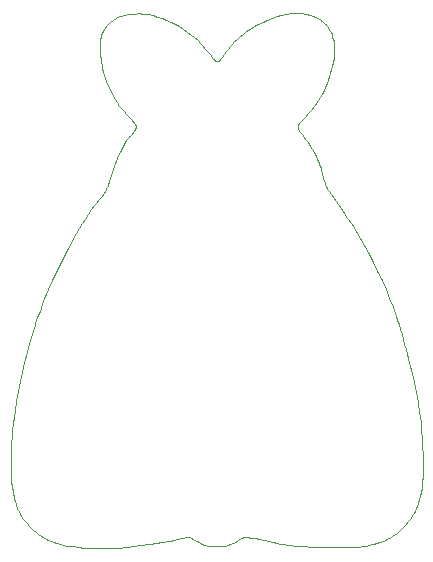
<source format=gbr>
%TF.GenerationSoftware,KiCad,Pcbnew,8.0.3*%
%TF.CreationDate,2024-08-14T20:25:55-04:00*%
%TF.ProjectId,KarmothDiceRoller_V1,4b61726d-6f74-4684-9469-6365526f6c6c,rev?*%
%TF.SameCoordinates,Original*%
%TF.FileFunction,Profile,NP*%
%FSLAX46Y46*%
G04 Gerber Fmt 4.6, Leading zero omitted, Abs format (unit mm)*
G04 Created by KiCad (PCBNEW 8.0.3) date 2024-08-14 20:25:55*
%MOMM*%
%LPD*%
G01*
G04 APERTURE LIST*
%TA.AperFunction,Profile*%
%ADD10C,0.060854*%
%TD*%
G04 APERTURE END LIST*
D10*
X87467732Y-60505246D02*
X87577043Y-60488397D01*
X87359690Y-60524372D02*
X87467732Y-60505246D01*
X87252946Y-60545922D02*
X87359690Y-60524372D01*
X87147525Y-60570039D02*
X87252946Y-60545922D01*
X87043457Y-60596868D02*
X87147525Y-60570039D01*
X86940768Y-60626554D02*
X87043457Y-60596868D01*
X86839485Y-60659240D02*
X86940768Y-60626554D01*
X86739636Y-60695073D02*
X86839485Y-60659240D01*
X86641248Y-60734196D02*
X86739636Y-60695073D01*
X86544349Y-60776754D02*
X86641248Y-60734196D01*
X86448966Y-60822892D02*
X86544349Y-60776754D01*
X86355126Y-60872754D02*
X86448966Y-60822892D01*
X86262857Y-60926484D02*
X86355126Y-60872754D01*
X86172186Y-60984228D02*
X86262857Y-60926484D01*
X86083140Y-61046130D02*
X86172186Y-60984228D01*
X85995747Y-61112335D02*
X86083140Y-61046130D01*
X85858986Y-61230168D02*
X85995747Y-61112335D01*
X85733947Y-61357607D02*
X85858986Y-61230168D01*
X85620375Y-61493825D02*
X85733947Y-61357607D01*
X85518017Y-61637996D02*
X85620375Y-61493825D01*
X85426616Y-61789294D02*
X85518017Y-61637996D01*
X85345920Y-61946892D02*
X85426616Y-61789294D01*
X85275672Y-62109964D02*
X85345920Y-61946892D01*
X85215620Y-62277684D02*
X85275672Y-62109964D01*
X85165508Y-62449226D02*
X85215620Y-62277684D01*
X85125082Y-62623764D02*
X85165508Y-62449226D01*
X85094087Y-62800471D02*
X85125082Y-62623764D01*
X85072270Y-62978520D02*
X85094087Y-62800471D01*
X85059374Y-63157086D02*
X85072270Y-62978520D01*
X85055147Y-63335343D02*
X85059374Y-63157086D01*
X85059332Y-63512464D02*
X85055147Y-63335343D01*
X85071677Y-63687623D02*
X85059332Y-63512464D01*
X85102089Y-63973668D02*
X85071677Y-63687623D01*
X85139462Y-64257094D02*
X85102089Y-63973668D01*
X85183990Y-64537897D02*
X85139462Y-64257094D01*
X85235869Y-64816071D02*
X85183990Y-64537897D01*
X85295293Y-65091612D02*
X85235869Y-64816071D01*
X85362456Y-65364515D02*
X85295293Y-65091612D01*
X85437554Y-65634775D02*
X85362456Y-65364515D01*
X85520781Y-65902387D02*
X85437554Y-65634775D01*
X85612331Y-66167348D02*
X85520781Y-65902387D01*
X85712400Y-66429652D02*
X85612331Y-66167348D01*
X85821182Y-66689294D02*
X85712400Y-66429652D01*
X85938872Y-66946269D02*
X85821182Y-66689294D01*
X86065664Y-67200574D02*
X85938872Y-66946269D01*
X86201753Y-67452203D02*
X86065664Y-67200574D01*
X86347334Y-67701152D02*
X86201753Y-67452203D01*
X86502602Y-67947415D02*
X86347334Y-67701152D01*
X86571812Y-68051196D02*
X86502602Y-67947415D01*
X86642506Y-68153304D02*
X86571812Y-68051196D01*
X86714628Y-68253849D02*
X86642506Y-68153304D01*
X86788125Y-68352941D02*
X86714628Y-68253849D01*
X86939020Y-68547208D02*
X86788125Y-68352941D01*
X87094751Y-68736983D02*
X86939020Y-68547208D01*
X87254877Y-68923146D02*
X87094751Y-68736983D01*
X87418960Y-69106579D02*
X87254877Y-68923146D01*
X87586558Y-69288160D02*
X87418960Y-69106579D01*
X87757232Y-69468770D02*
X87586558Y-69288160D01*
X87891750Y-69608270D02*
X87757232Y-69468770D01*
X87926573Y-69646664D02*
X87891750Y-69608270D01*
X87960484Y-69686331D02*
X87926573Y-69646664D01*
X87992791Y-69727204D02*
X87960484Y-69686331D01*
X88022800Y-69769215D02*
X87992791Y-69727204D01*
X88049816Y-69812296D02*
X88022800Y-69769215D01*
X88061985Y-69834217D02*
X88049816Y-69812296D01*
X88073146Y-69856380D02*
X88061985Y-69834217D01*
X88083212Y-69878777D02*
X88073146Y-69856380D01*
X88092096Y-69901399D02*
X88083212Y-69878777D01*
X88099712Y-69924239D02*
X88092096Y-69901399D01*
X88105972Y-69947287D02*
X88099712Y-69924239D01*
X88110791Y-69970535D02*
X88105972Y-69947287D01*
X88114080Y-69993975D02*
X88110791Y-69970535D01*
X88115755Y-70017598D02*
X88114080Y-69993975D01*
X88115727Y-70041396D02*
X88115755Y-70017598D01*
X88113910Y-70065360D02*
X88115727Y-70041396D01*
X88110218Y-70089482D02*
X88113910Y-70065360D01*
X88104563Y-70113754D02*
X88110218Y-70089482D01*
X88096859Y-70138167D02*
X88104563Y-70113754D01*
X88087195Y-70163594D02*
X88096859Y-70138167D01*
X88076517Y-70188784D02*
X88087195Y-70163594D01*
X88052332Y-70238484D02*
X88076517Y-70188784D01*
X88024726Y-70287319D02*
X88052332Y-70238484D01*
X87994122Y-70335346D02*
X88024726Y-70287319D01*
X87960941Y-70382618D02*
X87994122Y-70335346D01*
X87925608Y-70429190D02*
X87960941Y-70382618D01*
X87888543Y-70475117D02*
X87925608Y-70429190D01*
X87850171Y-70520453D02*
X87888543Y-70475117D01*
X87771191Y-70609571D02*
X87850171Y-70520453D01*
X87692049Y-70696980D02*
X87771191Y-70609571D01*
X87616124Y-70783117D02*
X87692049Y-70696980D01*
X87580425Y-70825844D02*
X87616124Y-70783117D01*
X87546798Y-70868418D02*
X87580425Y-70825844D01*
X87430251Y-71026576D02*
X87546798Y-70868418D01*
X87319235Y-71187842D02*
X87430251Y-71026576D01*
X87213230Y-71351976D02*
X87319235Y-71187842D01*
X87111714Y-71518735D02*
X87213230Y-71351976D01*
X87014165Y-71687879D02*
X87111714Y-71518735D01*
X86920064Y-71859166D02*
X87014165Y-71687879D01*
X86828887Y-72032357D02*
X86920064Y-71859166D01*
X86740115Y-72207209D02*
X86828887Y-72032357D01*
X86629703Y-72435887D02*
X86740115Y-72207209D01*
X86525772Y-72666611D02*
X86629703Y-72435887D01*
X86428005Y-72899375D02*
X86525772Y-72666611D01*
X86336081Y-73134177D02*
X86428005Y-72899375D01*
X86249683Y-73371012D02*
X86336081Y-73134177D01*
X86168492Y-73609878D02*
X86249683Y-73371012D01*
X86092188Y-73850771D02*
X86168492Y-73609878D01*
X86020454Y-74093687D02*
X86092188Y-73850771D01*
X85879767Y-74615284D02*
X86020454Y-74093687D01*
X85841673Y-74743800D02*
X85879767Y-74615284D01*
X85799436Y-74871986D02*
X85841673Y-74743800D01*
X85776300Y-74936020D02*
X85799436Y-74871986D01*
X85751570Y-75000051D02*
X85776300Y-74936020D01*
X85725062Y-75064105D02*
X85751570Y-75000051D01*
X85696588Y-75128208D02*
X85725062Y-75064105D01*
X85634423Y-75255151D02*
X85696588Y-75128208D01*
X85566380Y-75379775D02*
X85634423Y-75255151D01*
X85493096Y-75502319D02*
X85566380Y-75379775D01*
X85415208Y-75623022D02*
X85493096Y-75502319D01*
X85333352Y-75742121D02*
X85415208Y-75623022D01*
X85248166Y-75859857D02*
X85333352Y-75742121D01*
X85070353Y-76092191D02*
X85248166Y-75859857D01*
X84702792Y-76550988D02*
X85070353Y-76092191D01*
X84523237Y-76781270D02*
X84702792Y-76550988D01*
X84436745Y-76897467D02*
X84523237Y-76781270D01*
X84353293Y-77014686D02*
X84436745Y-76897467D01*
X84081784Y-77413811D02*
X84353293Y-77014686D01*
X83817756Y-77816912D02*
X84081784Y-77413811D01*
X83560705Y-78223665D02*
X83817756Y-77816912D01*
X83310123Y-78633743D02*
X83560705Y-78223665D01*
X83065506Y-79046822D02*
X83310123Y-78633743D01*
X82826349Y-79462577D02*
X83065506Y-79046822D01*
X82592144Y-79880682D02*
X82826349Y-79462577D01*
X82362388Y-80300813D02*
X82592144Y-79880682D01*
X82190100Y-80624346D02*
X82362388Y-80300813D01*
X82019750Y-80953621D02*
X82190100Y-80624346D01*
X81685469Y-81624292D02*
X82019750Y-80953621D01*
X81360762Y-82302619D02*
X81685469Y-81624292D01*
X81046843Y-82978395D02*
X81360762Y-82302619D01*
X80686944Y-83764432D02*
X81046843Y-82978395D01*
X80513079Y-84160167D02*
X80686944Y-83764432D01*
X80429157Y-84359662D02*
X80513079Y-84160167D01*
X80347811Y-84560603D02*
X80429157Y-84359662D01*
X80248281Y-84817275D02*
X80347811Y-84560603D01*
X80152165Y-85075334D02*
X80248281Y-84817275D01*
X79968610Y-85593961D02*
X80152165Y-85075334D01*
X79794013Y-86113169D02*
X79968610Y-85593961D01*
X79625241Y-86629645D02*
X79794013Y-86113169D01*
X79553125Y-86855692D02*
X79625241Y-86629645D01*
X79482525Y-87083769D02*
X79553125Y-86855692D01*
X79344734Y-87542458D02*
X79482525Y-87083769D01*
X79113452Y-88342460D02*
X79344734Y-87542458D01*
X78893842Y-89146488D02*
X79113452Y-88342460D01*
X78686875Y-89954518D02*
X78893842Y-89146488D01*
X78493521Y-90766526D02*
X78686875Y-89954518D01*
X78314750Y-91582487D02*
X78493521Y-90766526D01*
X78151533Y-92402378D02*
X78314750Y-91582487D01*
X78004840Y-93226174D02*
X78151533Y-92402378D01*
X77875641Y-94053852D02*
X78004840Y-93226174D01*
X77801487Y-94594055D02*
X77875641Y-94053852D01*
X77735209Y-95138215D02*
X77801487Y-94594055D01*
X77677400Y-95685423D02*
X77735209Y-95138215D01*
X77628651Y-96234769D02*
X77677400Y-95685423D01*
X77589555Y-96785344D02*
X77628651Y-96234769D01*
X77560704Y-97336239D02*
X77589555Y-96785344D01*
X77542690Y-97886545D02*
X77560704Y-97336239D01*
X77536105Y-98435353D02*
X77542690Y-97886545D01*
X77526903Y-98983042D02*
X77536105Y-98435353D01*
X77536055Y-99469875D02*
X77526903Y-98983042D01*
X77539864Y-99646942D02*
X77536055Y-99469875D01*
X77549144Y-99823488D02*
X77539864Y-99646942D01*
X77563239Y-99999473D02*
X77549144Y-99823488D01*
X77581492Y-100174855D02*
X77563239Y-99999473D01*
X77603249Y-100349592D02*
X77581492Y-100174855D01*
X77627853Y-100523643D02*
X77603249Y-100349592D01*
X77682981Y-100869522D02*
X77627853Y-100523643D01*
X77721995Y-101087570D02*
X77682981Y-100869522D01*
X77766616Y-101306320D02*
X77721995Y-101087570D01*
X77817590Y-101524697D02*
X77766616Y-101306320D01*
X77875664Y-101741629D02*
X77817590Y-101524697D01*
X77941586Y-101956043D02*
X77875664Y-101741629D01*
X77977722Y-102061970D02*
X77941586Y-101956043D01*
X78016101Y-102166864D02*
X77977722Y-102061970D01*
X78056815Y-102270592D02*
X78016101Y-102166864D01*
X78099957Y-102373020D02*
X78056815Y-102270592D01*
X78145621Y-102474013D02*
X78099957Y-102373020D01*
X78193900Y-102573436D02*
X78145621Y-102474013D01*
X78311730Y-102793074D02*
X78193900Y-102573436D01*
X78441861Y-103008590D02*
X78311730Y-102793074D01*
X78583637Y-103219301D02*
X78441861Y-103008590D01*
X78736399Y-103424524D02*
X78583637Y-103219301D01*
X78899492Y-103623575D02*
X78736399Y-103424524D01*
X79072257Y-103815772D02*
X78899492Y-103623575D01*
X79254039Y-104000431D02*
X79072257Y-103815772D01*
X79444179Y-104176868D02*
X79254039Y-104000431D01*
X79642020Y-104344402D02*
X79444179Y-104176868D01*
X79846906Y-104502348D02*
X79642020Y-104344402D01*
X80058179Y-104650024D02*
X79846906Y-104502348D01*
X80275182Y-104786746D02*
X80058179Y-104650024D01*
X80497258Y-104911831D02*
X80275182Y-104786746D01*
X80723750Y-105024595D02*
X80497258Y-104911831D01*
X80954001Y-105124357D02*
X80723750Y-105024595D01*
X81187353Y-105210431D02*
X80954001Y-105124357D01*
X81353740Y-105265792D02*
X81187353Y-105210431D01*
X81435903Y-105292221D02*
X81353740Y-105265792D01*
X81518057Y-105317678D02*
X81435903Y-105292221D01*
X81600710Y-105342060D02*
X81518057Y-105317678D01*
X81684371Y-105365263D02*
X81600710Y-105342060D01*
X81769547Y-105387184D02*
X81684371Y-105365263D01*
X81856748Y-105407719D02*
X81769547Y-105387184D01*
X82308077Y-105499170D02*
X81856748Y-105407719D01*
X82765609Y-105573375D02*
X82308077Y-105499170D01*
X83228488Y-105631341D02*
X82765609Y-105573375D01*
X83695855Y-105674072D02*
X83228488Y-105631341D01*
X84166850Y-105702576D02*
X83695855Y-105674072D01*
X84640616Y-105717858D02*
X84166850Y-105702576D01*
X85116295Y-105720924D02*
X84640616Y-105717858D01*
X85593027Y-105712781D02*
X85116295Y-105720924D01*
X86546220Y-105666890D02*
X85593027Y-105712781D01*
X87493326Y-105588233D02*
X86546220Y-105666890D01*
X88427479Y-105484860D02*
X87493326Y-105588233D01*
X89341811Y-105364819D02*
X88427479Y-105484860D01*
X89861094Y-105287540D02*
X89341811Y-105364819D01*
X90378911Y-105201453D02*
X89861094Y-105287540D01*
X90895438Y-105107745D02*
X90378911Y-105201453D01*
X91410853Y-105007602D02*
X90895438Y-105107745D01*
X91543085Y-104978971D02*
X91410853Y-105007602D01*
X91679570Y-104946337D02*
X91543085Y-104978971D01*
X91959475Y-104877536D02*
X91679570Y-104946337D01*
X92099981Y-104845605D02*
X91959475Y-104877536D01*
X92238913Y-104818147D02*
X92099981Y-104845605D01*
X92307333Y-104806757D02*
X92238913Y-104818147D01*
X92374814Y-104797279D02*
X92307333Y-104806757D01*
X92441173Y-104789978D02*
X92374814Y-104797279D01*
X92506227Y-104785119D02*
X92441173Y-104789978D01*
X92535100Y-104784190D02*
X92506227Y-104785119D01*
X92563440Y-104784582D02*
X92535100Y-104784190D01*
X92591275Y-104786241D02*
X92563440Y-104784582D01*
X92618631Y-104789111D02*
X92591275Y-104786241D01*
X92645534Y-104793137D02*
X92618631Y-104789111D01*
X92672011Y-104798265D02*
X92645534Y-104793137D01*
X92698088Y-104804438D02*
X92672011Y-104798265D01*
X92723791Y-104811601D02*
X92698088Y-104804438D01*
X92774184Y-104828678D02*
X92723791Y-104811601D01*
X92823399Y-104849054D02*
X92774184Y-104828678D01*
X92871649Y-104872286D02*
X92823399Y-104849054D01*
X92919146Y-104897934D02*
X92871649Y-104872286D01*
X93297331Y-105137037D02*
X92919146Y-104897934D01*
X93432063Y-105212574D02*
X93297331Y-105137037D01*
X93569037Y-105285095D02*
X93432063Y-105212574D01*
X93708530Y-105352744D02*
X93569037Y-105285095D01*
X93779309Y-105384160D02*
X93708530Y-105352744D01*
X93850823Y-105413661D02*
X93779309Y-105384160D01*
X93923106Y-105441014D02*
X93850823Y-105413661D01*
X93996194Y-105465988D02*
X93923106Y-105441014D01*
X94070120Y-105488350D02*
X93996194Y-105465988D01*
X94144921Y-105507868D02*
X94070120Y-105488350D01*
X94220630Y-105524310D02*
X94144921Y-105507868D01*
X94297284Y-105537443D02*
X94220630Y-105524310D01*
X94374915Y-105547036D02*
X94297284Y-105537443D01*
X94453561Y-105552855D02*
X94374915Y-105547036D01*
X94693375Y-105562309D02*
X94453561Y-105552855D01*
X94928999Y-105565520D02*
X94693375Y-105562309D01*
X95045376Y-105564035D02*
X94928999Y-105565520D01*
X95160869Y-105560090D02*
X95045376Y-105564035D01*
X95275533Y-105553386D02*
X95160869Y-105560090D01*
X95389422Y-105543622D02*
X95275533Y-105553386D01*
X95502590Y-105530500D02*
X95389422Y-105543622D01*
X95615093Y-105513719D02*
X95502590Y-105530500D01*
X95726985Y-105492979D02*
X95615093Y-105513719D01*
X95838320Y-105467982D02*
X95726985Y-105492979D01*
X95949153Y-105438427D02*
X95838320Y-105467982D01*
X96059539Y-105404015D02*
X95949153Y-105438427D01*
X96169531Y-105364445D02*
X96059539Y-105404015D01*
X96279186Y-105319419D02*
X96169531Y-105364445D01*
X96350146Y-105285675D02*
X96279186Y-105319419D01*
X96420132Y-105247575D02*
X96350146Y-105285675D01*
X96489390Y-105206062D02*
X96420132Y-105247575D01*
X96558164Y-105162082D02*
X96489390Y-105206062D01*
X96695251Y-105070488D02*
X96558164Y-105162082D01*
X96833361Y-104980338D02*
X96695251Y-105070488D01*
X96903415Y-104938164D02*
X96833361Y-104980338D01*
X96974463Y-104899180D02*
X96903415Y-104938164D01*
X97046752Y-104864331D02*
X96974463Y-104899180D01*
X97120527Y-104834560D02*
X97046752Y-104864331D01*
X97158049Y-104821874D02*
X97120527Y-104834560D01*
X97196034Y-104810810D02*
X97158049Y-104821874D01*
X97234515Y-104801488D02*
X97196034Y-104810810D01*
X97273520Y-104794024D02*
X97234515Y-104801488D01*
X97313083Y-104788538D02*
X97273520Y-104794024D01*
X97353232Y-104785146D02*
X97313083Y-104788538D01*
X97393998Y-104783968D02*
X97353232Y-104785146D01*
X97435413Y-104785119D02*
X97393998Y-104783968D01*
X97616299Y-104798958D02*
X97435413Y-104785119D01*
X97800452Y-104819709D02*
X97616299Y-104798958D01*
X97987440Y-104846513D02*
X97800452Y-104819709D01*
X98176826Y-104878512D02*
X97987440Y-104846513D01*
X98561052Y-104954668D02*
X98176826Y-104878512D01*
X98949649Y-105041314D02*
X98561052Y-104954668D01*
X99726032Y-105218630D02*
X98949649Y-105041314D01*
X100106855Y-105295576D02*
X99726032Y-105218630D01*
X100293901Y-105328118D02*
X100106855Y-105295576D01*
X100478123Y-105355564D02*
X100293901Y-105328118D01*
X101110449Y-105435242D02*
X100478123Y-105355564D01*
X101741024Y-105503106D02*
X101110449Y-105435242D01*
X102370587Y-105558377D02*
X101741024Y-105503106D01*
X102999874Y-105600273D02*
X102370587Y-105558377D01*
X103629623Y-105628015D02*
X102999874Y-105600273D01*
X104260572Y-105640823D02*
X103629623Y-105628015D01*
X104893458Y-105637916D02*
X104260572Y-105640823D01*
X105529017Y-105618515D02*
X104893458Y-105637916D01*
X105788720Y-105610378D02*
X105529017Y-105618515D01*
X106048120Y-105606662D02*
X105788720Y-105610378D01*
X106566002Y-105600287D02*
X106048120Y-105606662D01*
X106824482Y-105591523D02*
X106566002Y-105600287D01*
X107082653Y-105574972D02*
X106824482Y-105591523D01*
X107211621Y-105562822D02*
X107082653Y-105574972D01*
X107340512Y-105547581D02*
X107211621Y-105562822D01*
X107469325Y-105528867D02*
X107340512Y-105547581D01*
X107598059Y-105506298D02*
X107469325Y-105528867D01*
X107881101Y-105448465D02*
X107598059Y-105506298D01*
X108160276Y-105382859D02*
X107881101Y-105448465D01*
X108298267Y-105346649D02*
X108160276Y-105382859D01*
X108435116Y-105307903D02*
X108298267Y-105346649D01*
X108570765Y-105266426D02*
X108435116Y-105307903D01*
X108705155Y-105222019D02*
X108570765Y-105266426D01*
X108838227Y-105174486D02*
X108705155Y-105222019D01*
X108969925Y-105123629D02*
X108838227Y-105174486D01*
X109100188Y-105069251D02*
X108969925Y-105123629D01*
X109228959Y-105011156D02*
X109100188Y-105069251D01*
X109356179Y-104949145D02*
X109228959Y-105011156D01*
X109481791Y-104883022D02*
X109356179Y-104949145D01*
X109605735Y-104812589D02*
X109481791Y-104883022D01*
X109727953Y-104737650D02*
X109605735Y-104812589D01*
X109920565Y-104609527D02*
X109727953Y-104737650D01*
X110108357Y-104473542D02*
X109920565Y-104609527D01*
X110290949Y-104329982D02*
X110108357Y-104473542D01*
X110467964Y-104179130D02*
X110290949Y-104329982D01*
X110639024Y-104021273D02*
X110467964Y-104179130D01*
X110803750Y-103856695D02*
X110639024Y-104021273D01*
X110961765Y-103685681D02*
X110803750Y-103856695D01*
X111112690Y-103508518D02*
X110961765Y-103685681D01*
X111256147Y-103325489D02*
X111112690Y-103508518D01*
X111391757Y-103136882D02*
X111256147Y-103325489D01*
X111519144Y-102942979D02*
X111391757Y-103136882D01*
X111637928Y-102744068D02*
X111519144Y-102942979D01*
X111747731Y-102540433D02*
X111637928Y-102744068D01*
X111848176Y-102332359D02*
X111747731Y-102540433D01*
X111938884Y-102120132D02*
X111848176Y-102332359D01*
X112019477Y-101904037D02*
X111938884Y-102120132D01*
X112119722Y-101587455D02*
X112019477Y-101904037D01*
X112202711Y-101269808D02*
X112119722Y-101587455D01*
X112269863Y-100951133D02*
X112202711Y-101269808D01*
X112322591Y-100631466D02*
X112269863Y-100951133D01*
X112362311Y-100310844D02*
X112322591Y-100631466D01*
X112390440Y-99989304D02*
X112362311Y-100310844D01*
X112408392Y-99666882D02*
X112390440Y-99989304D01*
X112417584Y-99343615D02*
X112408392Y-99666882D01*
X112415346Y-98694691D02*
X112417584Y-99343615D01*
X112395052Y-98042825D02*
X112415346Y-98694691D01*
X112345593Y-96731434D02*
X112395052Y-98042825D01*
X112330421Y-96307363D02*
X112345593Y-96731434D01*
X112306321Y-95883645D02*
X112330421Y-96307363D01*
X112233163Y-95037614D02*
X112306321Y-95883645D01*
X112129777Y-94194042D02*
X112233163Y-95037614D01*
X111999820Y-93353624D02*
X112129777Y-94194042D01*
X111846952Y-92517061D02*
X111999820Y-93353624D01*
X111674830Y-91685049D02*
X111846952Y-92517061D01*
X111487114Y-90858288D02*
X111674830Y-91685049D01*
X111287461Y-90037475D02*
X111487114Y-90858288D01*
X111183619Y-89638921D02*
X111287461Y-90037475D01*
X111075521Y-89244590D02*
X111183619Y-89638921D01*
X110966945Y-88851149D02*
X111075521Y-89244590D01*
X110861665Y-88455267D02*
X110966945Y-88851149D01*
X110750554Y-88033170D02*
X110861665Y-88455267D01*
X110631409Y-87601689D02*
X110750554Y-88033170D01*
X110506080Y-87171019D02*
X110631409Y-87601689D01*
X110376414Y-86751352D02*
X110506080Y-87171019D01*
X110321788Y-86583106D02*
X110376414Y-86751352D01*
X110267248Y-86419209D02*
X110321788Y-86583106D01*
X110153932Y-86081956D02*
X110267248Y-86419209D01*
X109879946Y-85302628D02*
X110153932Y-86081956D01*
X109582619Y-84532103D02*
X109879946Y-85302628D01*
X109264198Y-83769730D02*
X109582619Y-84532103D01*
X108926929Y-83014860D02*
X109264198Y-83769730D01*
X108573058Y-82266841D02*
X108926929Y-83014860D01*
X108204831Y-81525024D02*
X108573058Y-82266841D01*
X107824496Y-80788758D02*
X108204831Y-81525024D01*
X107434298Y-80057392D02*
X107824496Y-80788758D01*
X107101372Y-79462029D02*
X107434298Y-80057392D01*
X106753938Y-78876993D02*
X107101372Y-79462029D01*
X106393650Y-78300672D02*
X106753938Y-78876993D01*
X106022164Y-77731453D02*
X106393650Y-78300672D01*
X105641132Y-77167722D02*
X106022164Y-77731453D01*
X105252211Y-76607866D02*
X105641132Y-77167722D01*
X104457315Y-75493328D02*
X105252211Y-76607866D01*
X104390439Y-75393969D02*
X104457315Y-75493328D01*
X104329739Y-75290831D02*
X104390439Y-75393969D01*
X104274658Y-75184302D02*
X104329739Y-75290831D01*
X104224638Y-75074772D02*
X104274658Y-75184302D01*
X104179123Y-74962628D02*
X104224638Y-75074772D01*
X104137554Y-74848260D02*
X104179123Y-74962628D01*
X104099375Y-74732056D02*
X104137554Y-74848260D01*
X104064028Y-74614404D02*
X104099375Y-74732056D01*
X103816336Y-73667703D02*
X104064028Y-74614404D01*
X103769981Y-73516471D02*
X103816336Y-73667703D01*
X103720379Y-73365587D02*
X103769981Y-73516471D01*
X103667610Y-73215168D02*
X103720379Y-73365587D01*
X103611753Y-73065331D02*
X103667610Y-73215168D01*
X103552887Y-72916193D02*
X103611753Y-73065331D01*
X103491092Y-72767871D02*
X103552887Y-72916193D01*
X103359031Y-72474141D02*
X103491092Y-72767871D01*
X103216205Y-72185078D02*
X103359031Y-72474141D01*
X103063248Y-71901617D02*
X103216205Y-72185078D01*
X102900795Y-71624694D02*
X103063248Y-71901617D01*
X102729479Y-71355244D02*
X102900795Y-71624694D01*
X102683906Y-71291658D02*
X102729479Y-71355244D01*
X102626995Y-71220129D02*
X102683906Y-71291658D01*
X102487559Y-71057323D02*
X102626995Y-71220129D01*
X102327960Y-70874980D02*
X102487559Y-71057323D01*
X102164987Y-70681254D02*
X102327960Y-70874980D01*
X102087483Y-70582670D02*
X102164987Y-70681254D01*
X102015430Y-70484299D02*
X102087483Y-70582670D01*
X101950929Y-70387159D02*
X102015430Y-70484299D01*
X101896078Y-70292269D02*
X101950929Y-70387159D01*
X101872927Y-70245986D02*
X101896078Y-70292269D01*
X101852975Y-70200649D02*
X101872927Y-70245986D01*
X101836486Y-70156384D02*
X101852975Y-70200649D01*
X101823720Y-70113318D02*
X101836486Y-70156384D01*
X101814941Y-70071579D02*
X101823720Y-70113318D01*
X101810410Y-70031295D02*
X101814941Y-70071579D01*
X101810391Y-69992593D02*
X101810410Y-70031295D01*
X101815145Y-69955600D02*
X101810391Y-69992593D01*
X101820854Y-69930990D02*
X101815145Y-69955600D01*
X101828026Y-69906656D02*
X101820854Y-69930990D01*
X101836587Y-69882593D02*
X101828026Y-69906656D01*
X101846462Y-69858799D02*
X101836587Y-69882593D01*
X101857577Y-69835268D02*
X101846462Y-69858799D01*
X101869858Y-69811999D02*
X101857577Y-69835268D01*
X101883230Y-69788986D02*
X101869858Y-69811999D01*
X101897618Y-69766226D02*
X101883230Y-69788986D01*
X101929146Y-69721450D02*
X101897618Y-69766226D01*
X101963846Y-69677642D02*
X101929146Y-69721450D01*
X102001123Y-69634772D02*
X101963846Y-69677642D01*
X102040381Y-69592809D02*
X102001123Y-69634772D01*
X102081024Y-69551724D02*
X102040381Y-69592809D01*
X102122456Y-69511487D02*
X102081024Y-69551724D01*
X102205303Y-69433438D02*
X102122456Y-69511487D01*
X102284157Y-69358423D02*
X102205303Y-69433438D01*
X102320597Y-69321978D02*
X102284157Y-69358423D01*
X102354252Y-69286202D02*
X102320597Y-69321978D01*
X102491609Y-69133087D02*
X102354252Y-69286202D01*
X102627423Y-68978690D02*
X102491609Y-69133087D01*
X102761289Y-68822706D02*
X102627423Y-68978690D01*
X102892806Y-68664828D02*
X102761289Y-68822706D01*
X103021570Y-68504751D02*
X102892806Y-68664828D01*
X103147178Y-68342169D02*
X103021570Y-68504751D01*
X103269227Y-68176775D02*
X103147178Y-68342169D01*
X103387314Y-68008265D02*
X103269227Y-68176775D01*
X103553924Y-67754684D02*
X103387314Y-68008265D01*
X103714139Y-67492158D02*
X103553924Y-67754684D01*
X103867305Y-67221483D02*
X103714139Y-67492158D01*
X104012770Y-66943452D02*
X103867305Y-67221483D01*
X104149878Y-66658861D02*
X104012770Y-66943452D01*
X104277976Y-66368502D02*
X104149878Y-66658861D01*
X104396411Y-66073171D02*
X104277976Y-66368502D01*
X104504527Y-65773662D02*
X104396411Y-66073171D01*
X104601672Y-65470768D02*
X104504527Y-65773662D01*
X104687192Y-65165286D02*
X104601672Y-65470768D01*
X104760432Y-64858008D02*
X104687192Y-65165286D01*
X104820740Y-64549729D02*
X104760432Y-64858008D01*
X104867460Y-64241244D02*
X104820740Y-64549729D01*
X104899940Y-63933347D02*
X104867460Y-64241244D01*
X104917525Y-63626832D02*
X104899940Y-63933347D01*
X104919561Y-63322494D02*
X104917525Y-63626832D01*
X104910541Y-63133638D02*
X104919561Y-63322494D01*
X104890959Y-62946121D02*
X104910541Y-63133638D01*
X104860837Y-62760630D02*
X104890959Y-62946121D01*
X104820200Y-62577855D02*
X104860837Y-62760630D01*
X104769070Y-62398484D02*
X104820200Y-62577855D01*
X104707472Y-62223207D02*
X104769070Y-62398484D01*
X104635428Y-62052712D02*
X104707472Y-62223207D01*
X104595496Y-61969473D02*
X104635428Y-62052712D01*
X104552961Y-61887689D02*
X104595496Y-61969473D01*
X104507827Y-61807444D02*
X104552961Y-61887689D01*
X104460096Y-61728825D02*
X104507827Y-61807444D01*
X104409771Y-61651918D02*
X104460096Y-61728825D01*
X104356855Y-61576810D02*
X104409771Y-61651918D01*
X104301351Y-61503587D02*
X104356855Y-61576810D01*
X104243261Y-61432334D02*
X104301351Y-61503587D01*
X104182590Y-61363137D02*
X104243261Y-61432334D01*
X104119339Y-61296083D02*
X104182590Y-61363137D01*
X104053512Y-61231259D02*
X104119339Y-61296083D01*
X103985111Y-61168749D02*
X104053512Y-61231259D01*
X103914140Y-61108640D02*
X103985111Y-61168749D01*
X103840601Y-61051019D02*
X103914140Y-61108640D01*
X103764497Y-60995971D02*
X103840601Y-61051019D01*
X103685832Y-60943582D02*
X103764497Y-60995971D01*
X103604607Y-60893939D02*
X103685832Y-60943582D01*
X103520827Y-60847128D02*
X103604607Y-60893939D01*
X103432641Y-60801394D02*
X103520827Y-60847128D01*
X103344050Y-60758145D02*
X103432641Y-60801394D01*
X103254814Y-60717419D02*
X103344050Y-60758145D01*
X103164693Y-60679254D02*
X103254814Y-60717419D01*
X103073449Y-60643688D02*
X103164693Y-60679254D01*
X102980841Y-60610758D02*
X103073449Y-60643688D01*
X102886630Y-60580503D02*
X102980841Y-60610758D01*
X102790576Y-60552959D02*
X102886630Y-60580503D01*
X102602586Y-60507437D02*
X102790576Y-60552959D01*
X102412231Y-60471415D02*
X102602586Y-60507437D01*
X102219771Y-60444615D02*
X102412231Y-60471415D01*
X102025464Y-60426757D02*
X102219771Y-60444615D01*
X101829570Y-60417564D02*
X102025464Y-60426757D01*
X101632348Y-60416757D02*
X101829570Y-60417564D01*
X101234958Y-60439187D02*
X101632348Y-60416757D01*
X100835367Y-60491822D02*
X101234958Y-60439187D01*
X100435649Y-60572433D02*
X100835367Y-60491822D01*
X100037878Y-60678793D02*
X100435649Y-60572433D01*
X99644128Y-60808676D02*
X100037878Y-60678793D01*
X99256472Y-60959853D02*
X99644128Y-60808676D01*
X98876984Y-61130098D02*
X99256472Y-60959853D01*
X98507738Y-61317184D02*
X98876984Y-61130098D01*
X98150808Y-61518883D02*
X98507738Y-61317184D01*
X97808268Y-61732968D02*
X98150808Y-61518883D01*
X97482191Y-61957212D02*
X97808268Y-61732968D01*
X97174651Y-62189387D02*
X97482191Y-61957212D01*
X96887723Y-62427267D02*
X97174651Y-62189387D01*
X96781327Y-62521626D02*
X96887723Y-62427267D01*
X96677072Y-62617659D02*
X96781327Y-62521626D01*
X96574866Y-62715324D02*
X96677072Y-62617659D01*
X96474621Y-62814577D02*
X96574866Y-62715324D01*
X96279655Y-63017672D02*
X96474621Y-62814577D01*
X96091455Y-63226595D02*
X96279655Y-63017672D01*
X95909305Y-63440998D02*
X96091455Y-63226595D01*
X95732489Y-63660532D02*
X95909305Y-63440998D01*
X95560289Y-63884848D02*
X95732489Y-63660532D01*
X95391989Y-64113598D02*
X95560289Y-63884848D01*
X95297036Y-64251404D02*
X95391989Y-64113598D01*
X95270219Y-64288620D02*
X95297036Y-64251404D01*
X95242148Y-64325309D02*
X95270219Y-64288620D01*
X95212810Y-64360654D02*
X95242148Y-64325309D01*
X95182195Y-64393838D02*
X95212810Y-64360654D01*
X95166405Y-64409364D02*
X95182195Y-64393838D01*
X95150290Y-64424045D02*
X95166405Y-64409364D01*
X95133851Y-64437776D02*
X95150290Y-64424045D01*
X95117085Y-64450457D02*
X95133851Y-64437776D01*
X95099991Y-64461986D02*
X95117085Y-64450457D01*
X95082567Y-64472259D02*
X95099991Y-64461986D01*
X95064812Y-64481176D02*
X95082567Y-64472259D01*
X95046724Y-64488634D02*
X95064812Y-64481176D01*
X95028303Y-64494531D02*
X95046724Y-64488634D01*
X95009546Y-64498766D02*
X95028303Y-64494531D01*
X94990453Y-64501234D02*
X95009546Y-64498766D01*
X94971021Y-64501836D02*
X94990453Y-64501234D01*
X94951249Y-64500469D02*
X94971021Y-64501836D01*
X94931137Y-64497030D02*
X94951249Y-64500469D01*
X94910681Y-64491417D02*
X94931137Y-64497030D01*
X94889882Y-64483529D02*
X94910681Y-64491417D01*
X94873014Y-64475658D02*
X94889882Y-64483529D01*
X94856419Y-64466774D02*
X94873014Y-64475658D01*
X94840092Y-64456932D02*
X94856419Y-64466774D01*
X94824024Y-64446183D02*
X94840092Y-64456932D01*
X94792644Y-64422178D02*
X94824024Y-64446183D01*
X94762228Y-64395184D02*
X94792644Y-64422178D01*
X94732722Y-64365621D02*
X94762228Y-64395184D01*
X94704075Y-64333914D02*
X94732722Y-64365621D01*
X94676235Y-64300484D02*
X94704075Y-64333914D01*
X94649150Y-64265755D02*
X94676235Y-64300484D01*
X94597034Y-64194092D02*
X94649150Y-64265755D01*
X94547312Y-64122304D02*
X94597034Y-64194092D01*
X94499564Y-64053776D02*
X94547312Y-64122304D01*
X94476301Y-64021791D02*
X94499564Y-64053776D01*
X94453375Y-63991889D02*
X94476301Y-64021791D01*
X94194546Y-63664266D02*
X94453375Y-63991889D01*
X94063172Y-63500190D02*
X94194546Y-63664266D01*
X93929510Y-63337509D02*
X94063172Y-63500190D01*
X93792825Y-63177402D02*
X93929510Y-63337509D01*
X93652381Y-63021045D02*
X93792825Y-63177402D01*
X93580518Y-62944642D02*
X93652381Y-63021045D01*
X93507440Y-62869618D02*
X93580518Y-62944642D01*
X93433054Y-62796121D02*
X93507440Y-62869618D01*
X93357269Y-62724298D02*
X93433054Y-62796121D01*
X93073377Y-62471768D02*
X93357269Y-62724298D01*
X92772747Y-62225511D02*
X93073377Y-62471768D01*
X92456755Y-61987405D02*
X92772747Y-62225511D01*
X92126778Y-61759328D02*
X92456755Y-61987405D01*
X91784192Y-61543159D02*
X92126778Y-61759328D01*
X91430371Y-61340776D02*
X91784192Y-61543159D01*
X91066693Y-61154057D02*
X91430371Y-61340776D01*
X90694534Y-60984880D02*
X91066693Y-61154057D01*
X90315269Y-60835124D02*
X90694534Y-60984880D01*
X89930274Y-60706667D02*
X90315269Y-60835124D01*
X89540925Y-60601388D02*
X89930274Y-60706667D01*
X89148598Y-60521165D02*
X89540925Y-60601388D01*
X88754670Y-60467875D02*
X89148598Y-60521165D01*
X88360517Y-60443398D02*
X88754670Y-60467875D01*
X87967513Y-60449611D02*
X88360517Y-60443398D01*
X87577036Y-60488394D02*
X87967513Y-60449611D01*
M02*

</source>
